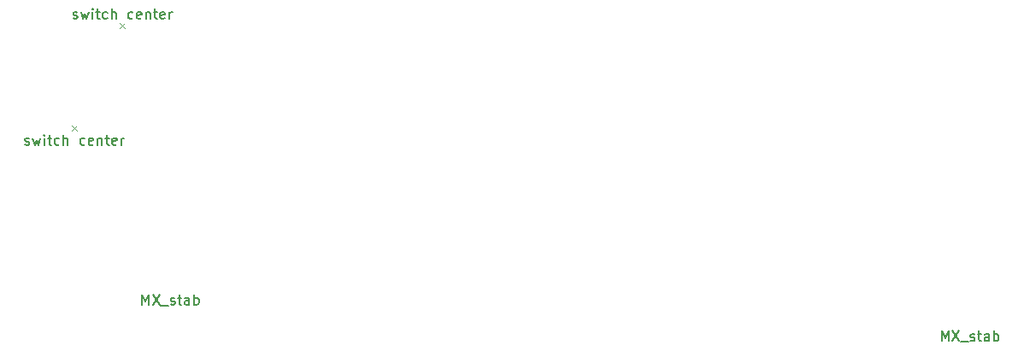
<source format=gbr>
%TF.GenerationSoftware,KiCad,Pcbnew,8.0.2*%
%TF.CreationDate,2024-11-08T18:32:23-08:00*%
%TF.ProjectId,gh80-5000-left,67683830-2d35-4303-9030-2d6c6566742e,rev?*%
%TF.SameCoordinates,Original*%
%TF.FileFunction,Other,Comment*%
%FSLAX46Y46*%
G04 Gerber Fmt 4.6, Leading zero omitted, Abs format (unit mm)*
G04 Created by KiCad (PCBNEW 8.0.2) date 2024-11-08 18:32:23*
%MOMM*%
%LPD*%
G01*
G04 APERTURE LIST*
%ADD10C,0.150000*%
%ADD11C,0.120000*%
G04 APERTURE END LIST*
D10*
X205028035Y-180451819D02*
X205028035Y-179451819D01*
X205028035Y-179451819D02*
X205361368Y-180166104D01*
X205361368Y-180166104D02*
X205694701Y-179451819D01*
X205694701Y-179451819D02*
X205694701Y-180451819D01*
X206075654Y-179451819D02*
X206742320Y-180451819D01*
X206742320Y-179451819D02*
X206075654Y-180451819D01*
X206885178Y-180547057D02*
X207647082Y-180547057D01*
X207837559Y-180404200D02*
X207932797Y-180451819D01*
X207932797Y-180451819D02*
X208123273Y-180451819D01*
X208123273Y-180451819D02*
X208218511Y-180404200D01*
X208218511Y-180404200D02*
X208266130Y-180308961D01*
X208266130Y-180308961D02*
X208266130Y-180261342D01*
X208266130Y-180261342D02*
X208218511Y-180166104D01*
X208218511Y-180166104D02*
X208123273Y-180118485D01*
X208123273Y-180118485D02*
X207980416Y-180118485D01*
X207980416Y-180118485D02*
X207885178Y-180070866D01*
X207885178Y-180070866D02*
X207837559Y-179975628D01*
X207837559Y-179975628D02*
X207837559Y-179928009D01*
X207837559Y-179928009D02*
X207885178Y-179832771D01*
X207885178Y-179832771D02*
X207980416Y-179785152D01*
X207980416Y-179785152D02*
X208123273Y-179785152D01*
X208123273Y-179785152D02*
X208218511Y-179832771D01*
X208551845Y-179785152D02*
X208932797Y-179785152D01*
X208694702Y-179451819D02*
X208694702Y-180308961D01*
X208694702Y-180308961D02*
X208742321Y-180404200D01*
X208742321Y-180404200D02*
X208837559Y-180451819D01*
X208837559Y-180451819D02*
X208932797Y-180451819D01*
X209694702Y-180451819D02*
X209694702Y-179928009D01*
X209694702Y-179928009D02*
X209647083Y-179832771D01*
X209647083Y-179832771D02*
X209551845Y-179785152D01*
X209551845Y-179785152D02*
X209361369Y-179785152D01*
X209361369Y-179785152D02*
X209266131Y-179832771D01*
X209694702Y-180404200D02*
X209599464Y-180451819D01*
X209599464Y-180451819D02*
X209361369Y-180451819D01*
X209361369Y-180451819D02*
X209266131Y-180404200D01*
X209266131Y-180404200D02*
X209218512Y-180308961D01*
X209218512Y-180308961D02*
X209218512Y-180213723D01*
X209218512Y-180213723D02*
X209266131Y-180118485D01*
X209266131Y-180118485D02*
X209361369Y-180070866D01*
X209361369Y-180070866D02*
X209599464Y-180070866D01*
X209599464Y-180070866D02*
X209694702Y-180023247D01*
X210170893Y-180451819D02*
X210170893Y-179451819D01*
X210170893Y-179832771D02*
X210266131Y-179785152D01*
X210266131Y-179785152D02*
X210456607Y-179785152D01*
X210456607Y-179785152D02*
X210551845Y-179832771D01*
X210551845Y-179832771D02*
X210599464Y-179880390D01*
X210599464Y-179880390D02*
X210647083Y-179975628D01*
X210647083Y-179975628D02*
X210647083Y-180261342D01*
X210647083Y-180261342D02*
X210599464Y-180356580D01*
X210599464Y-180356580D02*
X210551845Y-180404200D01*
X210551845Y-180404200D02*
X210456607Y-180451819D01*
X210456607Y-180451819D02*
X210266131Y-180451819D01*
X210266131Y-180451819D02*
X210170893Y-180404200D01*
X114205356Y-160961950D02*
X114300594Y-161009569D01*
X114300594Y-161009569D02*
X114491070Y-161009569D01*
X114491070Y-161009569D02*
X114586308Y-160961950D01*
X114586308Y-160961950D02*
X114633927Y-160866711D01*
X114633927Y-160866711D02*
X114633927Y-160819092D01*
X114633927Y-160819092D02*
X114586308Y-160723854D01*
X114586308Y-160723854D02*
X114491070Y-160676235D01*
X114491070Y-160676235D02*
X114348213Y-160676235D01*
X114348213Y-160676235D02*
X114252975Y-160628616D01*
X114252975Y-160628616D02*
X114205356Y-160533378D01*
X114205356Y-160533378D02*
X114205356Y-160485759D01*
X114205356Y-160485759D02*
X114252975Y-160390521D01*
X114252975Y-160390521D02*
X114348213Y-160342902D01*
X114348213Y-160342902D02*
X114491070Y-160342902D01*
X114491070Y-160342902D02*
X114586308Y-160390521D01*
X114967261Y-160342902D02*
X115157737Y-161009569D01*
X115157737Y-161009569D02*
X115348213Y-160533378D01*
X115348213Y-160533378D02*
X115538689Y-161009569D01*
X115538689Y-161009569D02*
X115729165Y-160342902D01*
X116110118Y-161009569D02*
X116110118Y-160342902D01*
X116110118Y-160009569D02*
X116062499Y-160057188D01*
X116062499Y-160057188D02*
X116110118Y-160104807D01*
X116110118Y-160104807D02*
X116157737Y-160057188D01*
X116157737Y-160057188D02*
X116110118Y-160009569D01*
X116110118Y-160009569D02*
X116110118Y-160104807D01*
X116443451Y-160342902D02*
X116824403Y-160342902D01*
X116586308Y-160009569D02*
X116586308Y-160866711D01*
X116586308Y-160866711D02*
X116633927Y-160961950D01*
X116633927Y-160961950D02*
X116729165Y-161009569D01*
X116729165Y-161009569D02*
X116824403Y-161009569D01*
X117586308Y-160961950D02*
X117491070Y-161009569D01*
X117491070Y-161009569D02*
X117300594Y-161009569D01*
X117300594Y-161009569D02*
X117205356Y-160961950D01*
X117205356Y-160961950D02*
X117157737Y-160914330D01*
X117157737Y-160914330D02*
X117110118Y-160819092D01*
X117110118Y-160819092D02*
X117110118Y-160533378D01*
X117110118Y-160533378D02*
X117157737Y-160438140D01*
X117157737Y-160438140D02*
X117205356Y-160390521D01*
X117205356Y-160390521D02*
X117300594Y-160342902D01*
X117300594Y-160342902D02*
X117491070Y-160342902D01*
X117491070Y-160342902D02*
X117586308Y-160390521D01*
X118014880Y-161009569D02*
X118014880Y-160009569D01*
X118443451Y-161009569D02*
X118443451Y-160485759D01*
X118443451Y-160485759D02*
X118395832Y-160390521D01*
X118395832Y-160390521D02*
X118300594Y-160342902D01*
X118300594Y-160342902D02*
X118157737Y-160342902D01*
X118157737Y-160342902D02*
X118062499Y-160390521D01*
X118062499Y-160390521D02*
X118014880Y-160438140D01*
X120110118Y-160961950D02*
X120014880Y-161009569D01*
X120014880Y-161009569D02*
X119824404Y-161009569D01*
X119824404Y-161009569D02*
X119729166Y-160961950D01*
X119729166Y-160961950D02*
X119681547Y-160914330D01*
X119681547Y-160914330D02*
X119633928Y-160819092D01*
X119633928Y-160819092D02*
X119633928Y-160533378D01*
X119633928Y-160533378D02*
X119681547Y-160438140D01*
X119681547Y-160438140D02*
X119729166Y-160390521D01*
X119729166Y-160390521D02*
X119824404Y-160342902D01*
X119824404Y-160342902D02*
X120014880Y-160342902D01*
X120014880Y-160342902D02*
X120110118Y-160390521D01*
X120919642Y-160961950D02*
X120824404Y-161009569D01*
X120824404Y-161009569D02*
X120633928Y-161009569D01*
X120633928Y-161009569D02*
X120538690Y-160961950D01*
X120538690Y-160961950D02*
X120491071Y-160866711D01*
X120491071Y-160866711D02*
X120491071Y-160485759D01*
X120491071Y-160485759D02*
X120538690Y-160390521D01*
X120538690Y-160390521D02*
X120633928Y-160342902D01*
X120633928Y-160342902D02*
X120824404Y-160342902D01*
X120824404Y-160342902D02*
X120919642Y-160390521D01*
X120919642Y-160390521D02*
X120967261Y-160485759D01*
X120967261Y-160485759D02*
X120967261Y-160580997D01*
X120967261Y-160580997D02*
X120491071Y-160676235D01*
X121395833Y-160342902D02*
X121395833Y-161009569D01*
X121395833Y-160438140D02*
X121443452Y-160390521D01*
X121443452Y-160390521D02*
X121538690Y-160342902D01*
X121538690Y-160342902D02*
X121681547Y-160342902D01*
X121681547Y-160342902D02*
X121776785Y-160390521D01*
X121776785Y-160390521D02*
X121824404Y-160485759D01*
X121824404Y-160485759D02*
X121824404Y-161009569D01*
X122157738Y-160342902D02*
X122538690Y-160342902D01*
X122300595Y-160009569D02*
X122300595Y-160866711D01*
X122300595Y-160866711D02*
X122348214Y-160961950D01*
X122348214Y-160961950D02*
X122443452Y-161009569D01*
X122443452Y-161009569D02*
X122538690Y-161009569D01*
X123252976Y-160961950D02*
X123157738Y-161009569D01*
X123157738Y-161009569D02*
X122967262Y-161009569D01*
X122967262Y-161009569D02*
X122872024Y-160961950D01*
X122872024Y-160961950D02*
X122824405Y-160866711D01*
X122824405Y-160866711D02*
X122824405Y-160485759D01*
X122824405Y-160485759D02*
X122872024Y-160390521D01*
X122872024Y-160390521D02*
X122967262Y-160342902D01*
X122967262Y-160342902D02*
X123157738Y-160342902D01*
X123157738Y-160342902D02*
X123252976Y-160390521D01*
X123252976Y-160390521D02*
X123300595Y-160485759D01*
X123300595Y-160485759D02*
X123300595Y-160580997D01*
X123300595Y-160580997D02*
X122824405Y-160676235D01*
X123729167Y-161009569D02*
X123729167Y-160342902D01*
X123729167Y-160533378D02*
X123776786Y-160438140D01*
X123776786Y-160438140D02*
X123824405Y-160390521D01*
X123824405Y-160390521D02*
X123919643Y-160342902D01*
X123919643Y-160342902D02*
X124014881Y-160342902D01*
X118967856Y-148461950D02*
X119063094Y-148509569D01*
X119063094Y-148509569D02*
X119253570Y-148509569D01*
X119253570Y-148509569D02*
X119348808Y-148461950D01*
X119348808Y-148461950D02*
X119396427Y-148366711D01*
X119396427Y-148366711D02*
X119396427Y-148319092D01*
X119396427Y-148319092D02*
X119348808Y-148223854D01*
X119348808Y-148223854D02*
X119253570Y-148176235D01*
X119253570Y-148176235D02*
X119110713Y-148176235D01*
X119110713Y-148176235D02*
X119015475Y-148128616D01*
X119015475Y-148128616D02*
X118967856Y-148033378D01*
X118967856Y-148033378D02*
X118967856Y-147985759D01*
X118967856Y-147985759D02*
X119015475Y-147890521D01*
X119015475Y-147890521D02*
X119110713Y-147842902D01*
X119110713Y-147842902D02*
X119253570Y-147842902D01*
X119253570Y-147842902D02*
X119348808Y-147890521D01*
X119729761Y-147842902D02*
X119920237Y-148509569D01*
X119920237Y-148509569D02*
X120110713Y-148033378D01*
X120110713Y-148033378D02*
X120301189Y-148509569D01*
X120301189Y-148509569D02*
X120491665Y-147842902D01*
X120872618Y-148509569D02*
X120872618Y-147842902D01*
X120872618Y-147509569D02*
X120824999Y-147557188D01*
X120824999Y-147557188D02*
X120872618Y-147604807D01*
X120872618Y-147604807D02*
X120920237Y-147557188D01*
X120920237Y-147557188D02*
X120872618Y-147509569D01*
X120872618Y-147509569D02*
X120872618Y-147604807D01*
X121205951Y-147842902D02*
X121586903Y-147842902D01*
X121348808Y-147509569D02*
X121348808Y-148366711D01*
X121348808Y-148366711D02*
X121396427Y-148461950D01*
X121396427Y-148461950D02*
X121491665Y-148509569D01*
X121491665Y-148509569D02*
X121586903Y-148509569D01*
X122348808Y-148461950D02*
X122253570Y-148509569D01*
X122253570Y-148509569D02*
X122063094Y-148509569D01*
X122063094Y-148509569D02*
X121967856Y-148461950D01*
X121967856Y-148461950D02*
X121920237Y-148414330D01*
X121920237Y-148414330D02*
X121872618Y-148319092D01*
X121872618Y-148319092D02*
X121872618Y-148033378D01*
X121872618Y-148033378D02*
X121920237Y-147938140D01*
X121920237Y-147938140D02*
X121967856Y-147890521D01*
X121967856Y-147890521D02*
X122063094Y-147842902D01*
X122063094Y-147842902D02*
X122253570Y-147842902D01*
X122253570Y-147842902D02*
X122348808Y-147890521D01*
X122777380Y-148509569D02*
X122777380Y-147509569D01*
X123205951Y-148509569D02*
X123205951Y-147985759D01*
X123205951Y-147985759D02*
X123158332Y-147890521D01*
X123158332Y-147890521D02*
X123063094Y-147842902D01*
X123063094Y-147842902D02*
X122920237Y-147842902D01*
X122920237Y-147842902D02*
X122824999Y-147890521D01*
X122824999Y-147890521D02*
X122777380Y-147938140D01*
X124872618Y-148461950D02*
X124777380Y-148509569D01*
X124777380Y-148509569D02*
X124586904Y-148509569D01*
X124586904Y-148509569D02*
X124491666Y-148461950D01*
X124491666Y-148461950D02*
X124444047Y-148414330D01*
X124444047Y-148414330D02*
X124396428Y-148319092D01*
X124396428Y-148319092D02*
X124396428Y-148033378D01*
X124396428Y-148033378D02*
X124444047Y-147938140D01*
X124444047Y-147938140D02*
X124491666Y-147890521D01*
X124491666Y-147890521D02*
X124586904Y-147842902D01*
X124586904Y-147842902D02*
X124777380Y-147842902D01*
X124777380Y-147842902D02*
X124872618Y-147890521D01*
X125682142Y-148461950D02*
X125586904Y-148509569D01*
X125586904Y-148509569D02*
X125396428Y-148509569D01*
X125396428Y-148509569D02*
X125301190Y-148461950D01*
X125301190Y-148461950D02*
X125253571Y-148366711D01*
X125253571Y-148366711D02*
X125253571Y-147985759D01*
X125253571Y-147985759D02*
X125301190Y-147890521D01*
X125301190Y-147890521D02*
X125396428Y-147842902D01*
X125396428Y-147842902D02*
X125586904Y-147842902D01*
X125586904Y-147842902D02*
X125682142Y-147890521D01*
X125682142Y-147890521D02*
X125729761Y-147985759D01*
X125729761Y-147985759D02*
X125729761Y-148080997D01*
X125729761Y-148080997D02*
X125253571Y-148176235D01*
X126158333Y-147842902D02*
X126158333Y-148509569D01*
X126158333Y-147938140D02*
X126205952Y-147890521D01*
X126205952Y-147890521D02*
X126301190Y-147842902D01*
X126301190Y-147842902D02*
X126444047Y-147842902D01*
X126444047Y-147842902D02*
X126539285Y-147890521D01*
X126539285Y-147890521D02*
X126586904Y-147985759D01*
X126586904Y-147985759D02*
X126586904Y-148509569D01*
X126920238Y-147842902D02*
X127301190Y-147842902D01*
X127063095Y-147509569D02*
X127063095Y-148366711D01*
X127063095Y-148366711D02*
X127110714Y-148461950D01*
X127110714Y-148461950D02*
X127205952Y-148509569D01*
X127205952Y-148509569D02*
X127301190Y-148509569D01*
X128015476Y-148461950D02*
X127920238Y-148509569D01*
X127920238Y-148509569D02*
X127729762Y-148509569D01*
X127729762Y-148509569D02*
X127634524Y-148461950D01*
X127634524Y-148461950D02*
X127586905Y-148366711D01*
X127586905Y-148366711D02*
X127586905Y-147985759D01*
X127586905Y-147985759D02*
X127634524Y-147890521D01*
X127634524Y-147890521D02*
X127729762Y-147842902D01*
X127729762Y-147842902D02*
X127920238Y-147842902D01*
X127920238Y-147842902D02*
X128015476Y-147890521D01*
X128015476Y-147890521D02*
X128063095Y-147985759D01*
X128063095Y-147985759D02*
X128063095Y-148080997D01*
X128063095Y-148080997D02*
X127586905Y-148176235D01*
X128491667Y-148509569D02*
X128491667Y-147842902D01*
X128491667Y-148033378D02*
X128539286Y-147938140D01*
X128539286Y-147938140D02*
X128586905Y-147890521D01*
X128586905Y-147890521D02*
X128682143Y-147842902D01*
X128682143Y-147842902D02*
X128777381Y-147842902D01*
X125801785Y-176857819D02*
X125801785Y-175857819D01*
X125801785Y-175857819D02*
X126135118Y-176572104D01*
X126135118Y-176572104D02*
X126468451Y-175857819D01*
X126468451Y-175857819D02*
X126468451Y-176857819D01*
X126849404Y-175857819D02*
X127516070Y-176857819D01*
X127516070Y-175857819D02*
X126849404Y-176857819D01*
X127658928Y-176953057D02*
X128420832Y-176953057D01*
X128611309Y-176810200D02*
X128706547Y-176857819D01*
X128706547Y-176857819D02*
X128897023Y-176857819D01*
X128897023Y-176857819D02*
X128992261Y-176810200D01*
X128992261Y-176810200D02*
X129039880Y-176714961D01*
X129039880Y-176714961D02*
X129039880Y-176667342D01*
X129039880Y-176667342D02*
X128992261Y-176572104D01*
X128992261Y-176572104D02*
X128897023Y-176524485D01*
X128897023Y-176524485D02*
X128754166Y-176524485D01*
X128754166Y-176524485D02*
X128658928Y-176476866D01*
X128658928Y-176476866D02*
X128611309Y-176381628D01*
X128611309Y-176381628D02*
X128611309Y-176334009D01*
X128611309Y-176334009D02*
X128658928Y-176238771D01*
X128658928Y-176238771D02*
X128754166Y-176191152D01*
X128754166Y-176191152D02*
X128897023Y-176191152D01*
X128897023Y-176191152D02*
X128992261Y-176238771D01*
X129325595Y-176191152D02*
X129706547Y-176191152D01*
X129468452Y-175857819D02*
X129468452Y-176714961D01*
X129468452Y-176714961D02*
X129516071Y-176810200D01*
X129516071Y-176810200D02*
X129611309Y-176857819D01*
X129611309Y-176857819D02*
X129706547Y-176857819D01*
X130468452Y-176857819D02*
X130468452Y-176334009D01*
X130468452Y-176334009D02*
X130420833Y-176238771D01*
X130420833Y-176238771D02*
X130325595Y-176191152D01*
X130325595Y-176191152D02*
X130135119Y-176191152D01*
X130135119Y-176191152D02*
X130039881Y-176238771D01*
X130468452Y-176810200D02*
X130373214Y-176857819D01*
X130373214Y-176857819D02*
X130135119Y-176857819D01*
X130135119Y-176857819D02*
X130039881Y-176810200D01*
X130039881Y-176810200D02*
X129992262Y-176714961D01*
X129992262Y-176714961D02*
X129992262Y-176619723D01*
X129992262Y-176619723D02*
X130039881Y-176524485D01*
X130039881Y-176524485D02*
X130135119Y-176476866D01*
X130135119Y-176476866D02*
X130373214Y-176476866D01*
X130373214Y-176476866D02*
X130468452Y-176429247D01*
X130944643Y-176857819D02*
X130944643Y-175857819D01*
X130944643Y-176238771D02*
X131039881Y-176191152D01*
X131039881Y-176191152D02*
X131230357Y-176191152D01*
X131230357Y-176191152D02*
X131325595Y-176238771D01*
X131325595Y-176238771D02*
X131373214Y-176286390D01*
X131373214Y-176286390D02*
X131420833Y-176381628D01*
X131420833Y-176381628D02*
X131420833Y-176667342D01*
X131420833Y-176667342D02*
X131373214Y-176762580D01*
X131373214Y-176762580D02*
X131325595Y-176810200D01*
X131325595Y-176810200D02*
X131230357Y-176857819D01*
X131230357Y-176857819D02*
X131039881Y-176857819D01*
X131039881Y-176857819D02*
X130944643Y-176810200D01*
D11*
%TO.C,LED2*%
X118812500Y-159134750D02*
X119062500Y-159384750D01*
X119062500Y-159384750D02*
X118812500Y-159634750D01*
X119062500Y-159384750D02*
X119312500Y-159634750D01*
X119312500Y-159134750D02*
X119062500Y-159384750D01*
%TO.C,LED1*%
X123575000Y-149474750D02*
X123825000Y-149224750D01*
X123825000Y-149224750D02*
X123575000Y-148974750D01*
X123825000Y-149224750D02*
X124075000Y-148974750D01*
X124075000Y-149474750D02*
X123825000Y-149224750D01*
%TD*%
M02*

</source>
